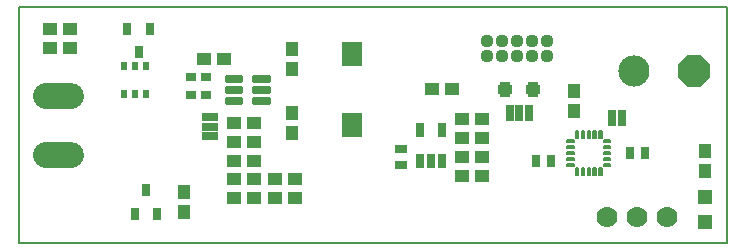
<source format=gts>
G75*
%MOIN*%
%OFA0B0*%
%FSLAX25Y25*%
%IPPOS*%
%LPD*%
%AMOC8*
5,1,8,0,0,1.08239X$1,22.5*
%
%ADD10C,0.00600*%
%ADD11C,0.00980*%
%ADD12R,0.04337X0.04731*%
%ADD13R,0.03550X0.02762*%
%ADD14R,0.04731X0.04337*%
%ADD15R,0.07093X0.08274*%
%ADD16C,0.00655*%
%ADD17C,0.04400*%
%ADD18R,0.03156X0.03943*%
%ADD19C,0.00039*%
%ADD20R,0.05124X0.05124*%
%ADD21C,0.07000*%
%ADD22C,0.10400*%
%ADD23OC8,0.10400*%
%ADD24R,0.02565X0.05124*%
%ADD25R,0.02900X0.04400*%
%ADD26C,0.08668*%
%ADD27R,0.02400X0.03156*%
%ADD28R,0.05400X0.02900*%
%ADD29R,0.03943X0.03156*%
%ADD30R,0.02900X0.05400*%
D10*
X0035050Y0071300D02*
X0271270Y0071300D01*
X0271270Y0150040D01*
X0035050Y0150040D01*
X0035050Y0071300D01*
D11*
X0104189Y0119681D02*
X0109317Y0119681D01*
X0109317Y0117939D01*
X0104189Y0117939D01*
X0104189Y0119681D01*
X0104189Y0118870D02*
X0109317Y0118870D01*
X0113283Y0119681D02*
X0118411Y0119681D01*
X0118411Y0117939D01*
X0113283Y0117939D01*
X0113283Y0119681D01*
X0113283Y0118870D02*
X0118411Y0118870D01*
X0118411Y0123421D02*
X0113283Y0123421D01*
X0118411Y0123421D02*
X0118411Y0121679D01*
X0113283Y0121679D01*
X0113283Y0123421D01*
X0113283Y0122610D02*
X0118411Y0122610D01*
X0118411Y0127161D02*
X0113283Y0127161D01*
X0118411Y0127161D02*
X0118411Y0125419D01*
X0113283Y0125419D01*
X0113283Y0127161D01*
X0113283Y0126350D02*
X0118411Y0126350D01*
X0109317Y0127161D02*
X0104189Y0127161D01*
X0109317Y0127161D02*
X0109317Y0125419D01*
X0104189Y0125419D01*
X0104189Y0127161D01*
X0104189Y0126350D02*
X0109317Y0126350D01*
X0109317Y0123421D02*
X0104189Y0123421D01*
X0109317Y0123421D02*
X0109317Y0121679D01*
X0104189Y0121679D01*
X0104189Y0123421D01*
X0104189Y0122610D02*
X0109317Y0122610D01*
D12*
X0126300Y0129204D03*
X0126300Y0135896D03*
X0126300Y0114646D03*
X0126300Y0107954D03*
X0090050Y0088396D03*
X0090050Y0081704D03*
X0220050Y0115454D03*
X0220050Y0122146D03*
X0263800Y0102146D03*
X0263800Y0095454D03*
D13*
X0097550Y0120847D03*
X0092550Y0120847D03*
X0092550Y0126753D03*
X0097550Y0126753D03*
D14*
X0096704Y0132550D03*
X0103396Y0132550D03*
X0106704Y0111300D03*
X0113396Y0111300D03*
X0113396Y0105050D03*
X0106704Y0105050D03*
X0106704Y0098800D03*
X0113396Y0098800D03*
X0113396Y0092550D03*
X0106704Y0092550D03*
X0106704Y0086300D03*
X0113396Y0086300D03*
X0120454Y0086300D03*
X0127146Y0086300D03*
X0127146Y0092550D03*
X0120454Y0092550D03*
X0172954Y0122550D03*
X0179646Y0122550D03*
X0182954Y0112550D03*
X0189646Y0112550D03*
X0189646Y0106300D03*
X0182954Y0106300D03*
X0182954Y0100050D03*
X0189646Y0100050D03*
X0189646Y0093800D03*
X0182954Y0093800D03*
X0052146Y0136300D03*
X0045454Y0136300D03*
X0045454Y0142550D03*
X0052146Y0142550D03*
D15*
X0146300Y0134361D03*
X0146300Y0110739D03*
D16*
X0217835Y0104852D02*
X0220021Y0104852D01*
X0217835Y0104852D02*
X0217835Y0105622D01*
X0220021Y0105622D01*
X0220021Y0104852D01*
X0220021Y0105474D02*
X0217835Y0105474D01*
X0217835Y0102884D02*
X0220021Y0102884D01*
X0217835Y0102884D02*
X0217835Y0103654D01*
X0220021Y0103654D01*
X0220021Y0102884D01*
X0220021Y0103506D02*
X0217835Y0103506D01*
X0217835Y0100915D02*
X0220021Y0100915D01*
X0217835Y0100915D02*
X0217835Y0101685D01*
X0220021Y0101685D01*
X0220021Y0100915D01*
X0220021Y0101537D02*
X0217835Y0101537D01*
X0217835Y0098946D02*
X0220021Y0098946D01*
X0217835Y0098946D02*
X0217835Y0099716D01*
X0220021Y0099716D01*
X0220021Y0098946D01*
X0220021Y0099568D02*
X0217835Y0099568D01*
X0217835Y0096978D02*
X0220021Y0096978D01*
X0217835Y0096978D02*
X0217835Y0097748D01*
X0220021Y0097748D01*
X0220021Y0096978D01*
X0220021Y0097600D02*
X0217835Y0097600D01*
X0221498Y0096271D02*
X0221498Y0094085D01*
X0220728Y0094085D01*
X0220728Y0096271D01*
X0221498Y0096271D01*
X0221498Y0094707D02*
X0220728Y0094707D01*
X0220728Y0095329D02*
X0221498Y0095329D01*
X0221498Y0095951D02*
X0220728Y0095951D01*
X0223466Y0096271D02*
X0223466Y0094085D01*
X0222696Y0094085D01*
X0222696Y0096271D01*
X0223466Y0096271D01*
X0223466Y0094707D02*
X0222696Y0094707D01*
X0222696Y0095329D02*
X0223466Y0095329D01*
X0223466Y0095951D02*
X0222696Y0095951D01*
X0225435Y0096271D02*
X0225435Y0094085D01*
X0224665Y0094085D01*
X0224665Y0096271D01*
X0225435Y0096271D01*
X0225435Y0094707D02*
X0224665Y0094707D01*
X0224665Y0095329D02*
X0225435Y0095329D01*
X0225435Y0095951D02*
X0224665Y0095951D01*
X0227404Y0096271D02*
X0227404Y0094085D01*
X0226634Y0094085D01*
X0226634Y0096271D01*
X0227404Y0096271D01*
X0227404Y0094707D02*
X0226634Y0094707D01*
X0226634Y0095329D02*
X0227404Y0095329D01*
X0227404Y0095951D02*
X0226634Y0095951D01*
X0229372Y0096271D02*
X0229372Y0094085D01*
X0228602Y0094085D01*
X0228602Y0096271D01*
X0229372Y0096271D01*
X0229372Y0094707D02*
X0228602Y0094707D01*
X0228602Y0095329D02*
X0229372Y0095329D01*
X0229372Y0095951D02*
X0228602Y0095951D01*
X0230079Y0096978D02*
X0232265Y0096978D01*
X0230079Y0096978D02*
X0230079Y0097748D01*
X0232265Y0097748D01*
X0232265Y0096978D01*
X0232265Y0097600D02*
X0230079Y0097600D01*
X0230079Y0098946D02*
X0232265Y0098946D01*
X0230079Y0098946D02*
X0230079Y0099716D01*
X0232265Y0099716D01*
X0232265Y0098946D01*
X0232265Y0099568D02*
X0230079Y0099568D01*
X0230079Y0100915D02*
X0232265Y0100915D01*
X0230079Y0100915D02*
X0230079Y0101685D01*
X0232265Y0101685D01*
X0232265Y0100915D01*
X0232265Y0101537D02*
X0230079Y0101537D01*
X0230079Y0102884D02*
X0232265Y0102884D01*
X0230079Y0102884D02*
X0230079Y0103654D01*
X0232265Y0103654D01*
X0232265Y0102884D01*
X0232265Y0103506D02*
X0230079Y0103506D01*
X0230079Y0104852D02*
X0232265Y0104852D01*
X0230079Y0104852D02*
X0230079Y0105622D01*
X0232265Y0105622D01*
X0232265Y0104852D01*
X0232265Y0105474D02*
X0230079Y0105474D01*
X0229372Y0106329D02*
X0229372Y0108515D01*
X0229372Y0106329D02*
X0228602Y0106329D01*
X0228602Y0108515D01*
X0229372Y0108515D01*
X0229372Y0106951D02*
X0228602Y0106951D01*
X0228602Y0107573D02*
X0229372Y0107573D01*
X0229372Y0108195D02*
X0228602Y0108195D01*
X0227404Y0108515D02*
X0227404Y0106329D01*
X0226634Y0106329D01*
X0226634Y0108515D01*
X0227404Y0108515D01*
X0227404Y0106951D02*
X0226634Y0106951D01*
X0226634Y0107573D02*
X0227404Y0107573D01*
X0227404Y0108195D02*
X0226634Y0108195D01*
X0225435Y0108515D02*
X0225435Y0106329D01*
X0224665Y0106329D01*
X0224665Y0108515D01*
X0225435Y0108515D01*
X0225435Y0106951D02*
X0224665Y0106951D01*
X0224665Y0107573D02*
X0225435Y0107573D01*
X0225435Y0108195D02*
X0224665Y0108195D01*
X0223466Y0108515D02*
X0223466Y0106329D01*
X0222696Y0106329D01*
X0222696Y0108515D01*
X0223466Y0108515D01*
X0223466Y0106951D02*
X0222696Y0106951D01*
X0222696Y0107573D02*
X0223466Y0107573D01*
X0223466Y0108195D02*
X0222696Y0108195D01*
X0221498Y0108515D02*
X0221498Y0106329D01*
X0220728Y0106329D01*
X0220728Y0108515D01*
X0221498Y0108515D01*
X0221498Y0106951D02*
X0220728Y0106951D01*
X0220728Y0107573D02*
X0221498Y0107573D01*
X0221498Y0108195D02*
X0220728Y0108195D01*
D17*
X0211300Y0133800D03*
X0211300Y0138800D03*
X0206300Y0138800D03*
X0201300Y0138800D03*
X0201300Y0133800D03*
X0206300Y0133800D03*
X0196300Y0133800D03*
X0191300Y0133800D03*
X0191300Y0138800D03*
X0196300Y0138800D03*
D18*
X0238741Y0101300D03*
X0243859Y0101300D03*
X0212609Y0098800D03*
X0207491Y0098800D03*
D19*
X0207807Y0120379D02*
X0206507Y0120379D01*
X0206507Y0122505D01*
X0208633Y0122505D01*
X0208633Y0121206D01*
X0207807Y0121206D01*
X0207807Y0120379D01*
X0207807Y0120394D02*
X0206507Y0120394D01*
X0206507Y0120432D02*
X0207807Y0120432D01*
X0207807Y0120470D02*
X0206507Y0120470D01*
X0206507Y0120508D02*
X0207807Y0120508D01*
X0207807Y0120546D02*
X0206507Y0120546D01*
X0206507Y0120584D02*
X0207807Y0120584D01*
X0207807Y0120622D02*
X0206507Y0120622D01*
X0206507Y0120659D02*
X0207807Y0120659D01*
X0207807Y0120697D02*
X0206507Y0120697D01*
X0206507Y0120735D02*
X0207807Y0120735D01*
X0207807Y0120773D02*
X0206507Y0120773D01*
X0206507Y0120811D02*
X0207807Y0120811D01*
X0207807Y0120849D02*
X0206507Y0120849D01*
X0206507Y0120887D02*
X0207807Y0120887D01*
X0207807Y0120925D02*
X0206507Y0120925D01*
X0206507Y0120963D02*
X0207807Y0120963D01*
X0207807Y0121000D02*
X0206507Y0121000D01*
X0206507Y0121038D02*
X0207807Y0121038D01*
X0207807Y0121076D02*
X0206507Y0121076D01*
X0206507Y0121114D02*
X0207807Y0121114D01*
X0207807Y0121152D02*
X0206507Y0121152D01*
X0206507Y0121190D02*
X0207807Y0121190D01*
X0208633Y0121228D02*
X0206507Y0121228D01*
X0206507Y0121266D02*
X0208633Y0121266D01*
X0208633Y0121303D02*
X0206507Y0121303D01*
X0206507Y0121341D02*
X0208633Y0121341D01*
X0208633Y0121379D02*
X0206507Y0121379D01*
X0206507Y0121417D02*
X0208633Y0121417D01*
X0208633Y0121455D02*
X0206507Y0121455D01*
X0206507Y0121493D02*
X0208633Y0121493D01*
X0208633Y0121531D02*
X0206507Y0121531D01*
X0206507Y0121569D02*
X0208633Y0121569D01*
X0208633Y0121606D02*
X0206507Y0121606D01*
X0206507Y0121644D02*
X0208633Y0121644D01*
X0208633Y0121682D02*
X0206507Y0121682D01*
X0206507Y0121720D02*
X0208633Y0121720D01*
X0208633Y0121758D02*
X0206507Y0121758D01*
X0206507Y0121796D02*
X0208633Y0121796D01*
X0208633Y0121834D02*
X0206507Y0121834D01*
X0206507Y0121872D02*
X0208633Y0121872D01*
X0208633Y0121910D02*
X0206507Y0121910D01*
X0206507Y0121947D02*
X0208633Y0121947D01*
X0208633Y0121985D02*
X0206507Y0121985D01*
X0206507Y0122023D02*
X0208633Y0122023D01*
X0208633Y0122061D02*
X0206507Y0122061D01*
X0206507Y0122099D02*
X0208633Y0122099D01*
X0208633Y0122137D02*
X0206507Y0122137D01*
X0206507Y0122175D02*
X0208633Y0122175D01*
X0208633Y0122213D02*
X0206507Y0122213D01*
X0206507Y0122250D02*
X0208633Y0122250D01*
X0208633Y0122288D02*
X0206507Y0122288D01*
X0206507Y0122326D02*
X0208633Y0122326D01*
X0208633Y0122364D02*
X0206507Y0122364D01*
X0206507Y0122402D02*
X0208633Y0122402D01*
X0208633Y0122440D02*
X0206507Y0122440D01*
X0206507Y0122478D02*
X0208633Y0122478D01*
X0208633Y0122820D02*
X0208633Y0124119D01*
X0207807Y0124119D01*
X0207807Y0124946D01*
X0206507Y0124946D01*
X0206507Y0122820D01*
X0208633Y0122820D01*
X0208633Y0122857D02*
X0206507Y0122857D01*
X0206507Y0122894D02*
X0208633Y0122894D01*
X0208633Y0122932D02*
X0206507Y0122932D01*
X0206507Y0122970D02*
X0208633Y0122970D01*
X0208633Y0123008D02*
X0206507Y0123008D01*
X0206507Y0123046D02*
X0208633Y0123046D01*
X0208633Y0123084D02*
X0206507Y0123084D01*
X0206507Y0123122D02*
X0208633Y0123122D01*
X0208633Y0123160D02*
X0206507Y0123160D01*
X0206507Y0123198D02*
X0208633Y0123198D01*
X0208633Y0123235D02*
X0206507Y0123235D01*
X0206507Y0123273D02*
X0208633Y0123273D01*
X0208633Y0123311D02*
X0206507Y0123311D01*
X0206507Y0123349D02*
X0208633Y0123349D01*
X0208633Y0123387D02*
X0206507Y0123387D01*
X0206507Y0123425D02*
X0208633Y0123425D01*
X0208633Y0123463D02*
X0206507Y0123463D01*
X0206507Y0123501D02*
X0208633Y0123501D01*
X0208633Y0123538D02*
X0206507Y0123538D01*
X0206507Y0123576D02*
X0208633Y0123576D01*
X0208633Y0123614D02*
X0206507Y0123614D01*
X0206507Y0123652D02*
X0208633Y0123652D01*
X0208633Y0123690D02*
X0206507Y0123690D01*
X0206507Y0123728D02*
X0208633Y0123728D01*
X0208633Y0123766D02*
X0206507Y0123766D01*
X0206507Y0123804D02*
X0208633Y0123804D01*
X0208633Y0123841D02*
X0206507Y0123841D01*
X0206507Y0123879D02*
X0208633Y0123879D01*
X0208633Y0123917D02*
X0206507Y0123917D01*
X0206507Y0123955D02*
X0208633Y0123955D01*
X0208633Y0123993D02*
X0206507Y0123993D01*
X0206507Y0124031D02*
X0208633Y0124031D01*
X0208633Y0124069D02*
X0206507Y0124069D01*
X0206507Y0124107D02*
X0208633Y0124107D01*
X0207807Y0124145D02*
X0206507Y0124145D01*
X0206507Y0124182D02*
X0207807Y0124182D01*
X0207807Y0124220D02*
X0206507Y0124220D01*
X0206507Y0124258D02*
X0207807Y0124258D01*
X0207807Y0124296D02*
X0206507Y0124296D01*
X0206507Y0124334D02*
X0207807Y0124334D01*
X0207807Y0124372D02*
X0206507Y0124372D01*
X0206507Y0124410D02*
X0207807Y0124410D01*
X0207807Y0124448D02*
X0206507Y0124448D01*
X0206507Y0124485D02*
X0207807Y0124485D01*
X0207807Y0124523D02*
X0206507Y0124523D01*
X0206507Y0124561D02*
X0207807Y0124561D01*
X0207807Y0124599D02*
X0206507Y0124599D01*
X0206507Y0124637D02*
X0207807Y0124637D01*
X0207807Y0124675D02*
X0206507Y0124675D01*
X0206507Y0124713D02*
X0207807Y0124713D01*
X0207807Y0124751D02*
X0206507Y0124751D01*
X0206507Y0124789D02*
X0207807Y0124789D01*
X0207807Y0124826D02*
X0206507Y0124826D01*
X0206507Y0124864D02*
X0207807Y0124864D01*
X0207807Y0124902D02*
X0206507Y0124902D01*
X0206507Y0124940D02*
X0207807Y0124940D01*
X0206193Y0124946D02*
X0206193Y0122820D01*
X0204067Y0122820D01*
X0204067Y0124119D01*
X0204893Y0124119D01*
X0204893Y0124946D01*
X0206193Y0124946D01*
X0206193Y0124940D02*
X0204893Y0124940D01*
X0204893Y0124902D02*
X0206193Y0124902D01*
X0206193Y0124864D02*
X0204893Y0124864D01*
X0204893Y0124826D02*
X0206193Y0124826D01*
X0206193Y0124789D02*
X0204893Y0124789D01*
X0204893Y0124751D02*
X0206193Y0124751D01*
X0206193Y0124713D02*
X0204893Y0124713D01*
X0204893Y0124675D02*
X0206193Y0124675D01*
X0206193Y0124637D02*
X0204893Y0124637D01*
X0204893Y0124599D02*
X0206193Y0124599D01*
X0206193Y0124561D02*
X0204893Y0124561D01*
X0204893Y0124523D02*
X0206193Y0124523D01*
X0206193Y0124485D02*
X0204893Y0124485D01*
X0204893Y0124448D02*
X0206193Y0124448D01*
X0206193Y0124410D02*
X0204893Y0124410D01*
X0204893Y0124372D02*
X0206193Y0124372D01*
X0206193Y0124334D02*
X0204893Y0124334D01*
X0204893Y0124296D02*
X0206193Y0124296D01*
X0206193Y0124258D02*
X0204893Y0124258D01*
X0204893Y0124220D02*
X0206193Y0124220D01*
X0206193Y0124182D02*
X0204893Y0124182D01*
X0204893Y0124145D02*
X0206193Y0124145D01*
X0206193Y0124107D02*
X0204067Y0124107D01*
X0204067Y0124069D02*
X0206193Y0124069D01*
X0206193Y0124031D02*
X0204067Y0124031D01*
X0204067Y0123993D02*
X0206193Y0123993D01*
X0206193Y0123955D02*
X0204067Y0123955D01*
X0204067Y0123917D02*
X0206193Y0123917D01*
X0206193Y0123879D02*
X0204067Y0123879D01*
X0204067Y0123841D02*
X0206193Y0123841D01*
X0206193Y0123804D02*
X0204067Y0123804D01*
X0204067Y0123766D02*
X0206193Y0123766D01*
X0206193Y0123728D02*
X0204067Y0123728D01*
X0204067Y0123690D02*
X0206193Y0123690D01*
X0206193Y0123652D02*
X0204067Y0123652D01*
X0204067Y0123614D02*
X0206193Y0123614D01*
X0206193Y0123576D02*
X0204067Y0123576D01*
X0204067Y0123538D02*
X0206193Y0123538D01*
X0206193Y0123501D02*
X0204067Y0123501D01*
X0204067Y0123463D02*
X0206193Y0123463D01*
X0206193Y0123425D02*
X0204067Y0123425D01*
X0204067Y0123387D02*
X0206193Y0123387D01*
X0206193Y0123349D02*
X0204067Y0123349D01*
X0204067Y0123311D02*
X0206193Y0123311D01*
X0206193Y0123273D02*
X0204067Y0123273D01*
X0204067Y0123235D02*
X0206193Y0123235D01*
X0206193Y0123198D02*
X0204067Y0123198D01*
X0204067Y0123160D02*
X0206193Y0123160D01*
X0206193Y0123122D02*
X0204067Y0123122D01*
X0204067Y0123084D02*
X0206193Y0123084D01*
X0206193Y0123046D02*
X0204067Y0123046D01*
X0204067Y0123008D02*
X0206193Y0123008D01*
X0206193Y0122970D02*
X0204067Y0122970D01*
X0204067Y0122932D02*
X0206193Y0122932D01*
X0206193Y0122894D02*
X0204067Y0122894D01*
X0204067Y0122857D02*
X0206193Y0122857D01*
X0206193Y0122505D02*
X0206193Y0120379D01*
X0204893Y0120379D01*
X0204893Y0121206D01*
X0204067Y0121206D01*
X0204067Y0122505D01*
X0206193Y0122505D01*
X0206193Y0122478D02*
X0204067Y0122478D01*
X0204067Y0122440D02*
X0206193Y0122440D01*
X0206193Y0122402D02*
X0204067Y0122402D01*
X0204067Y0122364D02*
X0206193Y0122364D01*
X0206193Y0122326D02*
X0204067Y0122326D01*
X0204067Y0122288D02*
X0206193Y0122288D01*
X0206193Y0122250D02*
X0204067Y0122250D01*
X0204067Y0122213D02*
X0206193Y0122213D01*
X0206193Y0122175D02*
X0204067Y0122175D01*
X0204067Y0122137D02*
X0206193Y0122137D01*
X0206193Y0122099D02*
X0204067Y0122099D01*
X0204067Y0122061D02*
X0206193Y0122061D01*
X0206193Y0122023D02*
X0204067Y0122023D01*
X0204067Y0121985D02*
X0206193Y0121985D01*
X0206193Y0121947D02*
X0204067Y0121947D01*
X0204067Y0121910D02*
X0206193Y0121910D01*
X0206193Y0121872D02*
X0204067Y0121872D01*
X0204067Y0121834D02*
X0206193Y0121834D01*
X0206193Y0121796D02*
X0204067Y0121796D01*
X0204067Y0121758D02*
X0206193Y0121758D01*
X0206193Y0121720D02*
X0204067Y0121720D01*
X0204067Y0121682D02*
X0206193Y0121682D01*
X0206193Y0121644D02*
X0204067Y0121644D01*
X0204067Y0121606D02*
X0206193Y0121606D01*
X0206193Y0121569D02*
X0204067Y0121569D01*
X0204067Y0121531D02*
X0206193Y0121531D01*
X0206193Y0121493D02*
X0204067Y0121493D01*
X0204067Y0121455D02*
X0206193Y0121455D01*
X0206193Y0121417D02*
X0204067Y0121417D01*
X0204067Y0121379D02*
X0206193Y0121379D01*
X0206193Y0121341D02*
X0204067Y0121341D01*
X0204067Y0121303D02*
X0206193Y0121303D01*
X0206193Y0121266D02*
X0204067Y0121266D01*
X0204067Y0121228D02*
X0206193Y0121228D01*
X0206193Y0121190D02*
X0204893Y0121190D01*
X0204893Y0121152D02*
X0206193Y0121152D01*
X0206193Y0121114D02*
X0204893Y0121114D01*
X0204893Y0121076D02*
X0206193Y0121076D01*
X0206193Y0121038D02*
X0204893Y0121038D01*
X0204893Y0121000D02*
X0206193Y0121000D01*
X0206193Y0120963D02*
X0204893Y0120963D01*
X0204893Y0120925D02*
X0206193Y0120925D01*
X0206193Y0120887D02*
X0204893Y0120887D01*
X0204893Y0120849D02*
X0206193Y0120849D01*
X0206193Y0120811D02*
X0204893Y0120811D01*
X0204893Y0120773D02*
X0206193Y0120773D01*
X0206193Y0120735D02*
X0204893Y0120735D01*
X0204893Y0120697D02*
X0206193Y0120697D01*
X0206193Y0120659D02*
X0204893Y0120659D01*
X0204893Y0120622D02*
X0206193Y0120622D01*
X0206193Y0120584D02*
X0204893Y0120584D01*
X0204893Y0120546D02*
X0206193Y0120546D01*
X0206193Y0120508D02*
X0204893Y0120508D01*
X0204893Y0120470D02*
X0206193Y0120470D01*
X0206193Y0120432D02*
X0204893Y0120432D01*
X0204893Y0120394D02*
X0206193Y0120394D01*
X0199246Y0121206D02*
X0198419Y0121206D01*
X0198419Y0120379D01*
X0197120Y0120379D01*
X0197120Y0122505D01*
X0199246Y0122505D01*
X0199246Y0121206D01*
X0199246Y0121228D02*
X0197120Y0121228D01*
X0197120Y0121266D02*
X0199246Y0121266D01*
X0199246Y0121303D02*
X0197120Y0121303D01*
X0197120Y0121341D02*
X0199246Y0121341D01*
X0199246Y0121379D02*
X0197120Y0121379D01*
X0197120Y0121417D02*
X0199246Y0121417D01*
X0199246Y0121455D02*
X0197120Y0121455D01*
X0197120Y0121493D02*
X0199246Y0121493D01*
X0199246Y0121531D02*
X0197120Y0121531D01*
X0197120Y0121569D02*
X0199246Y0121569D01*
X0199246Y0121606D02*
X0197120Y0121606D01*
X0197120Y0121644D02*
X0199246Y0121644D01*
X0199246Y0121682D02*
X0197120Y0121682D01*
X0197120Y0121720D02*
X0199246Y0121720D01*
X0199246Y0121758D02*
X0197120Y0121758D01*
X0197120Y0121796D02*
X0199246Y0121796D01*
X0199246Y0121834D02*
X0197120Y0121834D01*
X0197120Y0121872D02*
X0199246Y0121872D01*
X0199246Y0121910D02*
X0197120Y0121910D01*
X0197120Y0121947D02*
X0199246Y0121947D01*
X0199246Y0121985D02*
X0197120Y0121985D01*
X0197120Y0122023D02*
X0199246Y0122023D01*
X0199246Y0122061D02*
X0197120Y0122061D01*
X0197120Y0122099D02*
X0199246Y0122099D01*
X0199246Y0122137D02*
X0197120Y0122137D01*
X0197120Y0122175D02*
X0199246Y0122175D01*
X0199246Y0122213D02*
X0197120Y0122213D01*
X0197120Y0122250D02*
X0199246Y0122250D01*
X0199246Y0122288D02*
X0197120Y0122288D01*
X0197120Y0122326D02*
X0199246Y0122326D01*
X0199246Y0122364D02*
X0197120Y0122364D01*
X0197120Y0122402D02*
X0199246Y0122402D01*
X0199246Y0122440D02*
X0197120Y0122440D01*
X0197120Y0122478D02*
X0199246Y0122478D01*
X0199246Y0122820D02*
X0199246Y0124119D01*
X0198419Y0124119D01*
X0198419Y0124946D01*
X0197120Y0124946D01*
X0197120Y0122820D01*
X0199246Y0122820D01*
X0199246Y0122857D02*
X0197120Y0122857D01*
X0197120Y0122894D02*
X0199246Y0122894D01*
X0199246Y0122932D02*
X0197120Y0122932D01*
X0197120Y0122970D02*
X0199246Y0122970D01*
X0199246Y0123008D02*
X0197120Y0123008D01*
X0197120Y0123046D02*
X0199246Y0123046D01*
X0199246Y0123084D02*
X0197120Y0123084D01*
X0197120Y0123122D02*
X0199246Y0123122D01*
X0199246Y0123160D02*
X0197120Y0123160D01*
X0197120Y0123198D02*
X0199246Y0123198D01*
X0199246Y0123235D02*
X0197120Y0123235D01*
X0197120Y0123273D02*
X0199246Y0123273D01*
X0199246Y0123311D02*
X0197120Y0123311D01*
X0197120Y0123349D02*
X0199246Y0123349D01*
X0199246Y0123387D02*
X0197120Y0123387D01*
X0197120Y0123425D02*
X0199246Y0123425D01*
X0199246Y0123463D02*
X0197120Y0123463D01*
X0197120Y0123501D02*
X0199246Y0123501D01*
X0199246Y0123538D02*
X0197120Y0123538D01*
X0197120Y0123576D02*
X0199246Y0123576D01*
X0199246Y0123614D02*
X0197120Y0123614D01*
X0197120Y0123652D02*
X0199246Y0123652D01*
X0199246Y0123690D02*
X0197120Y0123690D01*
X0197120Y0123728D02*
X0199246Y0123728D01*
X0199246Y0123766D02*
X0197120Y0123766D01*
X0197120Y0123804D02*
X0199246Y0123804D01*
X0199246Y0123841D02*
X0197120Y0123841D01*
X0197120Y0123879D02*
X0199246Y0123879D01*
X0199246Y0123917D02*
X0197120Y0123917D01*
X0197120Y0123955D02*
X0199246Y0123955D01*
X0199246Y0123993D02*
X0197120Y0123993D01*
X0197120Y0124031D02*
X0199246Y0124031D01*
X0199246Y0124069D02*
X0197120Y0124069D01*
X0197120Y0124107D02*
X0199246Y0124107D01*
X0198419Y0124145D02*
X0197120Y0124145D01*
X0197120Y0124182D02*
X0198419Y0124182D01*
X0198419Y0124220D02*
X0197120Y0124220D01*
X0197120Y0124258D02*
X0198419Y0124258D01*
X0198419Y0124296D02*
X0197120Y0124296D01*
X0197120Y0124334D02*
X0198419Y0124334D01*
X0198419Y0124372D02*
X0197120Y0124372D01*
X0197120Y0124410D02*
X0198419Y0124410D01*
X0198419Y0124448D02*
X0197120Y0124448D01*
X0197120Y0124485D02*
X0198419Y0124485D01*
X0198419Y0124523D02*
X0197120Y0124523D01*
X0197120Y0124561D02*
X0198419Y0124561D01*
X0198419Y0124599D02*
X0197120Y0124599D01*
X0197120Y0124637D02*
X0198419Y0124637D01*
X0198419Y0124675D02*
X0197120Y0124675D01*
X0197120Y0124713D02*
X0198419Y0124713D01*
X0198419Y0124751D02*
X0197120Y0124751D01*
X0197120Y0124789D02*
X0198419Y0124789D01*
X0198419Y0124826D02*
X0197120Y0124826D01*
X0197120Y0124864D02*
X0198419Y0124864D01*
X0198419Y0124902D02*
X0197120Y0124902D01*
X0197120Y0124940D02*
X0198419Y0124940D01*
X0196805Y0124940D02*
X0195506Y0124940D01*
X0195506Y0124946D02*
X0196805Y0124946D01*
X0196805Y0122820D01*
X0194679Y0122820D01*
X0194679Y0124119D01*
X0195506Y0124119D01*
X0195506Y0124946D01*
X0195506Y0124902D02*
X0196805Y0124902D01*
X0196805Y0124864D02*
X0195506Y0124864D01*
X0195506Y0124826D02*
X0196805Y0124826D01*
X0196805Y0124789D02*
X0195506Y0124789D01*
X0195506Y0124751D02*
X0196805Y0124751D01*
X0196805Y0124713D02*
X0195506Y0124713D01*
X0195506Y0124675D02*
X0196805Y0124675D01*
X0196805Y0124637D02*
X0195506Y0124637D01*
X0195506Y0124599D02*
X0196805Y0124599D01*
X0196805Y0124561D02*
X0195506Y0124561D01*
X0195506Y0124523D02*
X0196805Y0124523D01*
X0196805Y0124485D02*
X0195506Y0124485D01*
X0195506Y0124448D02*
X0196805Y0124448D01*
X0196805Y0124410D02*
X0195506Y0124410D01*
X0195506Y0124372D02*
X0196805Y0124372D01*
X0196805Y0124334D02*
X0195506Y0124334D01*
X0195506Y0124296D02*
X0196805Y0124296D01*
X0196805Y0124258D02*
X0195506Y0124258D01*
X0195506Y0124220D02*
X0196805Y0124220D01*
X0196805Y0124182D02*
X0195506Y0124182D01*
X0195506Y0124145D02*
X0196805Y0124145D01*
X0196805Y0124107D02*
X0194679Y0124107D01*
X0194679Y0124069D02*
X0196805Y0124069D01*
X0196805Y0124031D02*
X0194679Y0124031D01*
X0194679Y0123993D02*
X0196805Y0123993D01*
X0196805Y0123955D02*
X0194679Y0123955D01*
X0194679Y0123917D02*
X0196805Y0123917D01*
X0196805Y0123879D02*
X0194679Y0123879D01*
X0194679Y0123841D02*
X0196805Y0123841D01*
X0196805Y0123804D02*
X0194679Y0123804D01*
X0194679Y0123766D02*
X0196805Y0123766D01*
X0196805Y0123728D02*
X0194679Y0123728D01*
X0194679Y0123690D02*
X0196805Y0123690D01*
X0196805Y0123652D02*
X0194679Y0123652D01*
X0194679Y0123614D02*
X0196805Y0123614D01*
X0196805Y0123576D02*
X0194679Y0123576D01*
X0194679Y0123538D02*
X0196805Y0123538D01*
X0196805Y0123501D02*
X0194679Y0123501D01*
X0194679Y0123463D02*
X0196805Y0123463D01*
X0196805Y0123425D02*
X0194679Y0123425D01*
X0194679Y0123387D02*
X0196805Y0123387D01*
X0196805Y0123349D02*
X0194679Y0123349D01*
X0194679Y0123311D02*
X0196805Y0123311D01*
X0196805Y0123273D02*
X0194679Y0123273D01*
X0194679Y0123235D02*
X0196805Y0123235D01*
X0196805Y0123198D02*
X0194679Y0123198D01*
X0194679Y0123160D02*
X0196805Y0123160D01*
X0196805Y0123122D02*
X0194679Y0123122D01*
X0194679Y0123084D02*
X0196805Y0123084D01*
X0196805Y0123046D02*
X0194679Y0123046D01*
X0194679Y0123008D02*
X0196805Y0123008D01*
X0196805Y0122970D02*
X0194679Y0122970D01*
X0194679Y0122932D02*
X0196805Y0122932D01*
X0196805Y0122894D02*
X0194679Y0122894D01*
X0194679Y0122857D02*
X0196805Y0122857D01*
X0196805Y0122505D02*
X0196805Y0120379D01*
X0195506Y0120379D01*
X0195506Y0121206D01*
X0194679Y0121206D01*
X0194679Y0122505D01*
X0196805Y0122505D01*
X0196805Y0122478D02*
X0194679Y0122478D01*
X0194679Y0122440D02*
X0196805Y0122440D01*
X0196805Y0122402D02*
X0194679Y0122402D01*
X0194679Y0122364D02*
X0196805Y0122364D01*
X0196805Y0122326D02*
X0194679Y0122326D01*
X0194679Y0122288D02*
X0196805Y0122288D01*
X0196805Y0122250D02*
X0194679Y0122250D01*
X0194679Y0122213D02*
X0196805Y0122213D01*
X0196805Y0122175D02*
X0194679Y0122175D01*
X0194679Y0122137D02*
X0196805Y0122137D01*
X0196805Y0122099D02*
X0194679Y0122099D01*
X0194679Y0122061D02*
X0196805Y0122061D01*
X0196805Y0122023D02*
X0194679Y0122023D01*
X0194679Y0121985D02*
X0196805Y0121985D01*
X0196805Y0121947D02*
X0194679Y0121947D01*
X0194679Y0121910D02*
X0196805Y0121910D01*
X0196805Y0121872D02*
X0194679Y0121872D01*
X0194679Y0121834D02*
X0196805Y0121834D01*
X0196805Y0121796D02*
X0194679Y0121796D01*
X0194679Y0121758D02*
X0196805Y0121758D01*
X0196805Y0121720D02*
X0194679Y0121720D01*
X0194679Y0121682D02*
X0196805Y0121682D01*
X0196805Y0121644D02*
X0194679Y0121644D01*
X0194679Y0121606D02*
X0196805Y0121606D01*
X0196805Y0121569D02*
X0194679Y0121569D01*
X0194679Y0121531D02*
X0196805Y0121531D01*
X0196805Y0121493D02*
X0194679Y0121493D01*
X0194679Y0121455D02*
X0196805Y0121455D01*
X0196805Y0121417D02*
X0194679Y0121417D01*
X0194679Y0121379D02*
X0196805Y0121379D01*
X0196805Y0121341D02*
X0194679Y0121341D01*
X0194679Y0121303D02*
X0196805Y0121303D01*
X0196805Y0121266D02*
X0194679Y0121266D01*
X0194679Y0121228D02*
X0196805Y0121228D01*
X0196805Y0121190D02*
X0195506Y0121190D01*
X0195506Y0121152D02*
X0196805Y0121152D01*
X0196805Y0121114D02*
X0195506Y0121114D01*
X0195506Y0121076D02*
X0196805Y0121076D01*
X0196805Y0121038D02*
X0195506Y0121038D01*
X0195506Y0121000D02*
X0196805Y0121000D01*
X0196805Y0120963D02*
X0195506Y0120963D01*
X0195506Y0120925D02*
X0196805Y0120925D01*
X0196805Y0120887D02*
X0195506Y0120887D01*
X0195506Y0120849D02*
X0196805Y0120849D01*
X0196805Y0120811D02*
X0195506Y0120811D01*
X0195506Y0120773D02*
X0196805Y0120773D01*
X0196805Y0120735D02*
X0195506Y0120735D01*
X0195506Y0120697D02*
X0196805Y0120697D01*
X0196805Y0120659D02*
X0195506Y0120659D01*
X0195506Y0120622D02*
X0196805Y0120622D01*
X0196805Y0120584D02*
X0195506Y0120584D01*
X0195506Y0120546D02*
X0196805Y0120546D01*
X0196805Y0120508D02*
X0195506Y0120508D01*
X0195506Y0120470D02*
X0196805Y0120470D01*
X0196805Y0120432D02*
X0195506Y0120432D01*
X0195506Y0120394D02*
X0196805Y0120394D01*
X0197120Y0120394D02*
X0198419Y0120394D01*
X0198419Y0120432D02*
X0197120Y0120432D01*
X0197120Y0120470D02*
X0198419Y0120470D01*
X0198419Y0120508D02*
X0197120Y0120508D01*
X0197120Y0120546D02*
X0198419Y0120546D01*
X0198419Y0120584D02*
X0197120Y0120584D01*
X0197120Y0120622D02*
X0198419Y0120622D01*
X0198419Y0120659D02*
X0197120Y0120659D01*
X0197120Y0120697D02*
X0198419Y0120697D01*
X0198419Y0120735D02*
X0197120Y0120735D01*
X0197120Y0120773D02*
X0198419Y0120773D01*
X0198419Y0120811D02*
X0197120Y0120811D01*
X0197120Y0120849D02*
X0198419Y0120849D01*
X0198419Y0120887D02*
X0197120Y0120887D01*
X0197120Y0120925D02*
X0198419Y0120925D01*
X0198419Y0120963D02*
X0197120Y0120963D01*
X0197120Y0121000D02*
X0198419Y0121000D01*
X0198419Y0121038D02*
X0197120Y0121038D01*
X0197120Y0121076D02*
X0198419Y0121076D01*
X0198419Y0121114D02*
X0197120Y0121114D01*
X0197120Y0121152D02*
X0198419Y0121152D01*
X0198419Y0121190D02*
X0197120Y0121190D01*
D20*
X0263800Y0086684D03*
X0263800Y0078416D03*
D21*
X0251300Y0080050D03*
X0241300Y0080050D03*
X0231300Y0080050D03*
D22*
X0240050Y0128800D03*
D23*
X0260050Y0128800D03*
D24*
X0176290Y0108919D03*
X0168810Y0108919D03*
X0168810Y0098681D03*
X0172550Y0098681D03*
X0176290Y0098681D03*
D25*
X0081290Y0081113D03*
X0073810Y0081113D03*
X0077550Y0088987D03*
X0075050Y0134863D03*
X0071310Y0142737D03*
X0078790Y0142737D03*
D26*
X0052432Y0120513D02*
X0044164Y0120513D01*
X0044164Y0100828D02*
X0052432Y0100828D01*
D27*
X0070060Y0121034D03*
X0073800Y0121034D03*
X0077540Y0121034D03*
X0077540Y0130188D03*
X0073800Y0130188D03*
X0070060Y0130188D03*
D28*
X0098800Y0113250D03*
X0098800Y0110050D03*
X0098800Y0106850D03*
D29*
X0162550Y0102609D03*
X0162550Y0097491D03*
D30*
X0198762Y0114550D03*
X0201962Y0114550D03*
X0205162Y0114550D03*
X0232887Y0112925D03*
X0236087Y0112925D03*
M02*

</source>
